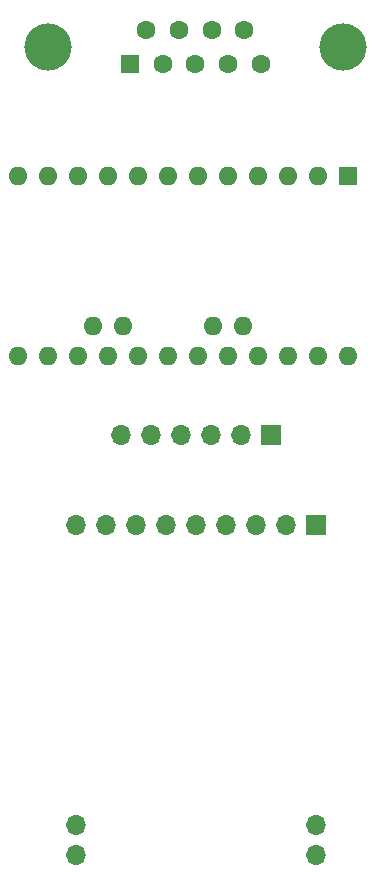
<source format=gbs>
G04 #@! TF.GenerationSoftware,KiCad,Pcbnew,(5.1.9)-1*
G04 #@! TF.CreationDate,2024-11-21T13:27:50+09:00*
G04 #@! TF.ProjectId,SD_dongle,53445f64-6f6e-4676-9c65-2e6b69636164,rev?*
G04 #@! TF.SameCoordinates,PX1997c20PYbac5f70*
G04 #@! TF.FileFunction,Soldermask,Bot*
G04 #@! TF.FilePolarity,Negative*
%FSLAX46Y46*%
G04 Gerber Fmt 4.6, Leading zero omitted, Abs format (unit mm)*
G04 Created by KiCad (PCBNEW (5.1.9)-1) date 2024-11-21 13:27:50*
%MOMM*%
%LPD*%
G01*
G04 APERTURE LIST*
%ADD10R,1.700000X1.700000*%
%ADD11O,1.700000X1.700000*%
%ADD12R,1.600000X1.600000*%
%ADD13O,1.600000X1.600000*%
%ADD14C,1.600000*%
%ADD15C,4.000000*%
G04 APERTURE END LIST*
D10*
X28750000Y30480000D03*
D11*
X26210000Y30480000D03*
X23670000Y30480000D03*
X21130000Y30480000D03*
X18590000Y30480000D03*
X16050000Y30480000D03*
X13510000Y30480000D03*
X10970000Y30480000D03*
X8430000Y30480000D03*
X8430000Y2540000D03*
X8430000Y5080000D03*
X28750000Y2540000D03*
X28750000Y5080000D03*
D10*
X24940000Y38100000D03*
D11*
X22400000Y38100000D03*
X19860000Y38100000D03*
X17320000Y38100000D03*
X14780000Y38100000D03*
X12240000Y38100000D03*
D12*
X31500000Y60000000D03*
D13*
X28960000Y60000000D03*
X26420000Y60000000D03*
X3560000Y44760000D03*
X23880000Y60000000D03*
X6100000Y44760000D03*
X21340000Y60000000D03*
X8640000Y44760000D03*
X18800000Y60000000D03*
X11180000Y44760000D03*
X16260000Y60000000D03*
X13720000Y44760000D03*
X13720000Y60000000D03*
X16260000Y44760000D03*
X11180000Y60000000D03*
X18800000Y44760000D03*
X8640000Y60000000D03*
X21340000Y44760000D03*
X6100000Y60000000D03*
X23880000Y44760000D03*
X3560000Y60000000D03*
X26420000Y44760000D03*
X28960000Y44760000D03*
X31500000Y44760000D03*
X22610000Y47300000D03*
X20070000Y47300000D03*
X12450000Y47300000D03*
X9910000Y47300000D03*
D12*
X13000000Y69500000D03*
D14*
X15770000Y69500000D03*
X18540000Y69500000D03*
X21310000Y69500000D03*
X24080000Y69500000D03*
X14385000Y72340000D03*
X17155000Y72340000D03*
X19925000Y72340000D03*
X22695000Y72340000D03*
D15*
X31040000Y70920000D03*
X6040000Y70920000D03*
M02*

</source>
